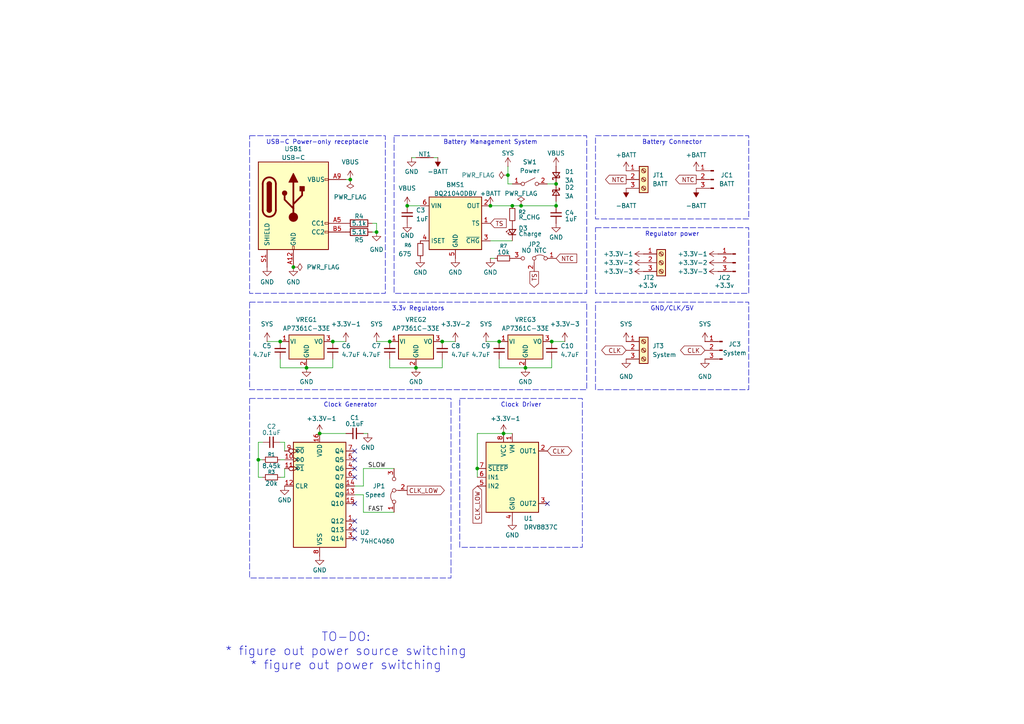
<source format=kicad_sch>
(kicad_sch (version 20250114) (generator "eeschema") (generator_version "9.0")
  (paper "A4")
  (title_block (title "Minibadge Devboard") (date "2025-10-06") (rev "R1") (company "https://pips.engineering") (comment 1 "Author: Pips"))
  (lib_symbols
    (symbol "74xx:74HC4060"
      (property "Reference" "U1" (at -19.812 -5.588 0))
      (property "Value" "74HC4060" (at -19.812 -8.128 0))
      (symbol "74HC4060_1_0"
        (pin input inverted_clock (at -10.16 12.7 0) (length 2.54) (name "~{Φ0}") (number "9"))
        (pin input clock (at -10.16 10.16 0) (length 2.54) (name "Φ0") (number "10"))
        (pin input inverted_clock (at -10.16 7.62 0) (length 2.54) (name "~{Φ1}") (number "11"))
        (pin input line (at -10.16 2.54 0) (length 2.54) (name "CLR") (number "12"))
        (pin power_in line (at 0 17.78 270) (length 2.54) (name "VDD") (number "16"))
        (pin power_in line (at 0 -17.78 90) (length 2.54) (name "VSS") (number "8"))
        (pin output line (at 10.16 12.7 180) (length 2.54) (name "Q4") (number "7"))
        (pin output line (at 10.16 10.16 180) (length 2.54) (name "Q5") (number "5"))
        (pin output line (at 10.16 7.62 180) (length 2.54) (name "Q6") (number "4"))
        (pin output line (at 10.16 5.08 180) (length 2.54) (name "Q7") (number "6"))
        (pin output line (at 10.16 2.54 180) (length 2.54) (name "Q8") (number "14"))
        (pin output line (at 10.16 0 180) (length 2.54) (name "Q9") (number "13"))
        (pin output line (at 10.16 -2.54 180) (length 2.54) (name "Q10") (number "15"))
        (pin output line (at 10.16 -7.62 180) (length 2.54) (name "Q12") (number "1"))
        (pin output line (at 10.16 -10.16 180) (length 2.54) (name "Q13") (number "2"))
        (pin output line (at 10.16 -12.7 180) (length 2.54) (name "Q14") (number "3"))
      )
      (symbol "74HC4060_1_1"
        (rectangle (start -7.62 15.24) (end 7.62 -15.24) (stroke (width 0.254)) (fill (type background)))
      )
    )
    (symbol "Battery_Management:BQ21040DBV"
      (property "Reference" "U1" (at 0 13.716 0))
      (property "Value" "BQ21040DBV" (at 0 11.176 0))
      (symbol "BQ21040DBV_0_1"
        (rectangle (start -7.62 10.16) (end 7.62 -5.08) (stroke (width 0.254)) (fill (type background)))
      )
      (symbol "BQ21040DBV_1_1"
        (pin power_in line (at -10.16 7.62 0) (length 2.54) (name "VIN") (number "6"))
        (pin input line (at -10.16 -2.54 0) (length 2.54) (name "ISET") (number "4"))
        (pin power_in line (at 0 -7.62 90) (length 2.54) (name "GND") (number "5"))
        (pin power_out line (at 10.16 7.62 180) (length 2.54) (name "OUT") (number "2"))
        (pin input line (at 10.16 2.54 180) (length 2.54) (name "TS") (number "1"))
        (pin open_collector line (at 10.16 -2.54 180) (length 2.54) (name "~{CHG}") (number "3"))
      )
    )
    (symbol "Connector:Conn_01x03_Pin" (pin_names (offset 1.016) (hide yes))
      (property "Reference" "J" (at 0 5.08 0))
      (property "Value" "Conn_01x03_Pin" (at 0 -5.08 0))
      (symbol "Conn_01x03_Pin_1_1"
        (rectangle (start 0.8636 2.667) (end 0 2.413) (stroke (width 0.1524)) (fill (type outline)))
        (rectangle (start 0.8636 0.127) (end 0 -0.127) (stroke (width 0.1524)) (fill (type outline)))
        (rectangle (start 0.8636 -2.413) (end 0 -2.667) (stroke (width 0.1524)) (fill (type outline)))
        (polyline (pts (xy 1.27 2.54) (xy 0.8636 2.54)) (stroke (width 0.1524)))
        (polyline (pts (xy 1.27 0) (xy 0.8636 0)) (stroke (width 0.1524)))
        (polyline (pts (xy 1.27 -2.54) (xy 0.8636 -2.54)) (stroke (width 0.1524)))
        (pin passive line (at 5.08 2.54 180) (length 3.81) (name "Pin_1") (number "1"))
        (pin passive line (at 5.08 0 180) (length 3.81) (name "Pin_2") (number "2"))
        (pin passive line (at 5.08 -2.54 180) (length 3.81) (name "Pin_3") (number "3"))
      )
    )
    (symbol "Connector:Screw_Terminal_01x03" (pin_names (offset 1.016) (hide yes))
      (property "Reference" "J" (at 0 5.08 0))
      (property "Value" "Screw_Terminal_01x03" (at 0 -5.08 0))
      (symbol "Screw_Terminal_01x03_1_1"
        (rectangle (start -1.27 3.81) (end 1.27 -3.81) (stroke (width 0.254)) (fill (type background)))
        (polyline (pts (xy -0.5334 2.8702) (xy 0.3302 2.032)) (stroke (width 0.1524)))
        (polyline (pts (xy -0.5334 0.3302) (xy 0.3302 -0.508)) (stroke (width 0.1524)))
        (polyline (pts (xy -0.5334 -2.2098) (xy 0.3302 -3.048)) (stroke (width 0.1524)))
        (polyline (pts (xy -0.3556 3.048) (xy 0.508 2.2098)) (stroke (width 0.1524)))
        (polyline (pts (xy -0.3556 0.508) (xy 0.508 -0.3302)) (stroke (width 0.1524)))
        (polyline (pts (xy -0.3556 -2.032) (xy 0.508 -2.8702)) (stroke (width 0.1524)))
        (circle (center 0 2.54) (radius 0.635) (stroke (width 0.1524)))
        (circle (center 0 0) (radius 0.635) (stroke (width 0.1524)))
        (circle (center 0 -2.54) (radius 0.635) (stroke (width 0.1524)))
        (pin passive line (at -5.08 2.54 0) (length 3.81) (name "Pin_1") (number "1"))
        (pin passive line (at -5.08 0 0) (length 3.81) (name "Pin_2") (number "2"))
        (pin passive line (at -5.08 -2.54 0) (length 3.81) (name "Pin_3") (number "3"))
      )
    )
    (symbol "Connector:USB_C_Receptacle_PowerOnly_6P" (pin_names (offset 1.016))
      (property "Reference" "J" (at 0 16.51 0))
      (property "Value" "USB_C_Receptacle_PowerOnly_6P" (at 0 13.97 0))
      (symbol "USB_C_Receptacle_PowerOnly_6P_0_0"
        (rectangle (start -0.254 -12.7) (end 0.254 -11.684))
        (rectangle (start 10.16 7.874) (end 9.144 7.366))
        (rectangle (start 10.16 -4.826) (end 9.144 -5.334))
        (rectangle (start 10.16 -7.366) (end 9.144 -7.874))
      )
      (symbol "USB_C_Receptacle_PowerOnly_6P_0_1"
        (rectangle (start -10.16 12.7) (end 10.16 -12.7) (stroke (width 0.254)) (fill (type background)))
        (polyline (pts (xy -8.89 -1.27) (xy -8.89 6.35)) (stroke (width 0.508)))
        (rectangle (start -7.62 -1.27) (end -6.35 6.35) (stroke (width 0.254)) (fill (type outline)))
        (arc (start -7.62 6.35) (mid -6.985 6.9823) (end -6.35 6.35) (stroke (width 0.254)))
        (arc (start -7.62 6.35) (mid -6.985 6.9823) (end -6.35 6.35) (stroke (width 0.254)) (fill (type outline)))
        (arc (start -8.89 6.35) (mid -6.985 8.2467) (end -5.08 6.35) (stroke (width 0.508)))
        (arc (start -5.08 -1.27) (mid -6.985 -3.1667) (end -8.89 -1.27) (stroke (width 0.508)))
        (arc (start -6.35 -1.27) (mid -6.985 -1.9023) (end -7.62 -1.27) (stroke (width 0.254)))
        (arc (start -6.35 -1.27) (mid -6.985 -1.9023) (end -7.62 -1.27) (stroke (width 0.254)) (fill (type outline)))
        (polyline (pts (xy -5.08 6.35) (xy -5.08 -1.27)) (stroke (width 0.508)))
        (circle (center -2.54 3.683) (radius 0.635) (stroke (width 0.254)) (fill (type outline)))
        (polyline (pts (xy -1.27 6.858) (xy 0 9.398) (xy 1.27 6.858) (xy -1.27 6.858)) (stroke (width 0.254)) (fill (type outline)))
        (polyline (pts (xy 0 0.508) (xy 2.54 3.048) (xy 2.54 4.318)) (stroke (width 0.508)))
        (polyline (pts (xy 0 -0.762) (xy -2.54 1.778) (xy -2.54 3.048)) (stroke (width 0.508)))
        (polyline (pts (xy 0 -3.302) (xy 0 6.858)) (stroke (width 0.508)))
        (circle (center 0 -3.302) (radius 1.27) (fill (type outline)))
        (rectangle (start 1.905 4.318) (end 3.175 5.588) (stroke (width 0.254)) (fill (type outline)))
      )
      (symbol "USB_C_Receptacle_PowerOnly_6P_1_1"
        (pin passive line (at -7.62 -17.78 90) (length 5.08) (name "SHIELD") (number "S1"))
        (pin passive line (at 0 -17.78 90) (length 5.08) (name "GND") (number "A12"))
        (pin passive line (at 0 -17.78 90) (length 5.08) (hide yes) (name "GND") (number "B12"))
        (pin passive line (at 15.24 7.62 180) (length 5.08) (name "VBUS") (number "A9"))
        (pin passive line (at 15.24 7.62 180) (length 5.08) (hide yes) (name "VBUS") (number "B9"))
        (pin bidirectional line (at 15.24 -5.08 180) (length 5.08) (name "CC1") (number "A5"))
        (pin bidirectional line (at 15.24 -7.62 180) (length 5.08) (name "CC2") (number "B5"))
      )
    )
    (symbol "Device:C_Small" (pin_numbers (hide yes)) (pin_names (offset 0.254) (hide yes))
      (property "Reference" "C" (at 0.254 1.778 0))
      (property "Value" "C_Small" (at 0.254 -2.032 0))
      (symbol "C_Small_0_1"
        (polyline (pts (xy -1.524 0.508) (xy 1.524 0.508)) (stroke (width 0.3048)))
        (polyline (pts (xy -1.524 -0.508) (xy 1.524 -0.508)) (stroke (width 0.3302)))
      )
      (symbol "C_Small_1_1"
        (pin passive line (at 0 2.54 270) (length 2.032) (name "~") (number "1"))
        (pin passive line (at 0 -2.54 90) (length 2.032) (name "~") (number "2"))
      )
    )
    (symbol "Device:D_Schottky_Small" (pin_numbers (hide yes)) (pin_names (offset 0.254) (hide yes))
      (property "Reference" "D" (at -1.27 2.032 0))
      (property "Value" "D_Schottky_Small" (at -7.112 -2.032 0))
      (symbol "D_Schottky_Small_0_1"
        (polyline (pts (xy -1.27 0.762) (xy -1.27 1.016) (xy -0.762 1.016) (xy -0.762 -1.016) (xy -0.254 -1.016) (xy -0.254 -0.762)) (stroke (width 0.254)))
        (polyline (pts (xy -0.762 0) (xy 0.762 0)))
        (polyline (pts (xy 0.762 -1.016) (xy -0.762 0) (xy 0.762 1.016) (xy 0.762 -1.016)) (stroke (width 0.254)))
      )
      (symbol "D_Schottky_Small_1_1"
        (pin passive line (at -2.54 0 0) (length 1.778) (name "K") (number "1"))
        (pin passive line (at 2.54 0 180) (length 1.778) (name "A") (number "2"))
      )
    )
    (symbol "Device:LED_Small" (pin_numbers (hide yes)) (pin_names (offset 0.254) (hide yes))
      (property "Reference" "D" (at -1.27 3.175 0))
      (property "Value" "LED_Small" (at -4.445 -2.54 0))
      (symbol "LED_Small_0_1"
        (polyline (pts (xy -0.762 -1.016) (xy -0.762 1.016)) (stroke (width 0.254)))
        (polyline (pts (xy 0 0.762) (xy -0.508 1.27) (xy -0.254 1.27) (xy -0.508 1.27) (xy -0.508 1.016)))
        (polyline (pts (xy 0.508 1.27) (xy 0 1.778) (xy 0.254 1.778) (xy 0 1.778) (xy 0 1.524)))
        (polyline (pts (xy 0.762 -1.016) (xy -0.762 0) (xy 0.762 1.016) (xy 0.762 -1.016)) (stroke (width 0.254)))
        (polyline (pts (xy 1.016 0) (xy -0.762 0)))
      )
      (symbol "LED_Small_1_1"
        (pin passive line (at -2.54 0 0) (length 1.778) (name "K") (number "1"))
        (pin passive line (at 2.54 0 180) (length 1.778) (name "A") (number "2"))
      )
    )
    (symbol "Device:NetTie_2" (pin_numbers (hide yes)) (pin_names (offset 0) (hide yes)) (in_bom no)
      (property "Reference" "NT" (at 0 1.27 0))
      (property "Value" "NetTie_2" (at 0 -1.27 0))
      (symbol "NetTie_2_0_1"
        (polyline (pts (xy -1.27 0) (xy 1.27 0)) (stroke (width 0.254)))
      )
      (symbol "NetTie_2_1_1"
        (pin passive line (at -2.54 0 0) (length 2.54) (name "1") (number "1"))
        (pin passive line (at 2.54 0 180) (length 2.54) (name "2") (number "2"))
      )
    )
    (symbol "Device:R" (pin_numbers (hide yes)) (pin_names (offset 0))
      (property "Reference" "R" (at 2.032 0 90))
      (property "Value" "R" (at 0 0 90))
      (symbol "R_0_1"
        (rectangle (start -1.016 -2.54) (end 1.016 2.54) (stroke (width 0.254)))
      )
      (symbol "R_1_1"
        (pin passive line (at 0 3.81 270) (length 1.27) (name "~") (number "1"))
        (pin passive line (at 0 -3.81 90) (length 1.27) (name "~") (number "2"))
      )
    )
    (symbol "Device:R_Small" (pin_numbers (hide yes)) (pin_names (offset 0.254) (hide yes))
      (property "Reference" "R" (at 0 0 90))
      (property "Value" "R_Small" (at 1.778 0 90))
      (symbol "R_Small_0_1"
        (rectangle (start -0.762 1.778) (end 0.762 -1.778) (stroke (width 0.2032)))
      )
      (symbol "R_Small_1_1"
        (pin passive line (at 0 2.54 270) (length 0.762) (name "~") (number "1"))
        (pin passive line (at 0 -2.54 90) (length 0.762) (name "~") (number "2"))
      )
    )
    (symbol "Driver_Motor:DRV8837C"
      (property "Reference" "U" (at 6.35 11.43 0))
      (property "Value" "DRV8837C" (at -10.16 11.43 0))
      (symbol "DRV8837C_0_1"
        (rectangle (start -7.62 10.16) (end 7.62 -10.16) (stroke (width 0.254)) (fill (type background)))
      )
      (symbol "DRV8837C_1_1"
        (pin input line (at -10.16 2.54 0) (length 2.54) (name "~{SLEEP}") (number "7"))
        (pin input line (at -10.16 0 0) (length 2.54) (name "IN1") (number "6"))
        (pin input line (at -10.16 -2.54 0) (length 2.54) (name "IN2") (number "5"))
        (pin power_in line (at -2.54 12.7 270) (length 2.54) (name "VCC") (number "8"))
        (pin power_in line (at 0 12.7 270) (length 2.54) (name "VM") (number "1"))
        (pin power_in line (at 0 -12.7 90) (length 2.54) (name "GND") (number "4"))
        (pin passive line (at 0 -12.7 90) (length 2.54) (hide yes) (name "GND") (number "9"))
        (pin output line (at 10.16 7.62 180) (length 2.54) (name "OUT1") (number "2"))
        (pin output line (at 10.16 -7.62 180) (length 2.54) (name "OUT2") (number "3"))
      )
    )
    (symbol "Jumper:Jumper_3_Bridged12" (pin_names (offset 0) (hide yes)) (in_bom no)
      (property "Reference" "JP" (at -2.54 -2.54 0))
      (property "Value" "Jumper_3_Bridged12" (at 0 2.794 0))
      (symbol "Jumper_3_Bridged12_0_0"
        (circle (center -3.302 0) (radius 0.508))
        (circle (center 0 0) (radius 0.508))
        (circle (center 3.302 0) (radius 0.508))
      )
      (symbol "Jumper_3_Bridged12_0_1"
        (arc (start -3.048 0.508) (mid -1.651 0.9912) (end -0.254 0.508))
        (polyline (pts (xy 0 -1.27) (xy 0 -0.508)))
      )
      (symbol "Jumper_3_Bridged12_1_1"
        (pin passive line (at -6.35 0 0) (length 2.54) (name "A") (number "1"))
        (pin passive line (at 0 -3.81 90) (length 2.54) (name "C") (number "2"))
        (pin passive line (at 6.35 0 180) (length 2.54) (name "B") (number "3"))
      )
    )
    (symbol "Regulator_Linear:AP7361C-33E" (pin_names (offset 0.254))
      (property "Reference" "U" (at -3.81 3.175 0))
      (property "Value" "AP7361C-33E" (at 0 3.175 0))
      (symbol "AP7361C-33E_0_1"
        (rectangle (start -5.08 -5.08) (end 5.08 1.905) (stroke (width 0.254)) (fill (type background)))
      )
      (symbol "AP7361C-33E_1_1"
        (pin power_in line (at -7.62 0 0) (length 2.54) (name "VI") (number "1"))
        (pin power_in line (at 0 -7.62 90) (length 2.54) (name "GND") (number "2"))
        (pin power_out line (at 7.62 0 180) (length 2.54) (name "VO") (number "3"))
      )
    )
    (symbol "Switch:SW_SPST" (pin_names (offset 0) (hide yes))
      (property "Reference" "SW" (at 0 3.175 0))
      (property "Value" "SW_SPST" (at 0 -2.54 0))
      (symbol "SW_SPST_0_0"
        (circle (center -2.032 0) (radius 0.508))
        (polyline (pts (xy -1.524 0.254) (xy 1.524 1.778)))
        (circle (center 2.032 0) (radius 0.508))
      )
      (symbol "SW_SPST_1_1"
        (pin passive line (at -5.08 0 0) (length 2.54) (name "A") (number "1"))
        (pin passive line (at 5.08 0 180) (length 2.54) (name "B") (number "2"))
      )
    )
    (symbol "power:+3.3V" (power) (pin_numbers (hide yes)) (pin_names (offset 0) (hide yes))
      (property "Value" "+3.3V" (at 0 3.556 0))
      (symbol "+3.3V_0_1"
        (polyline (pts (xy -0.762 1.27) (xy 0 2.54)))
        (polyline (pts (xy 0 2.54) (xy 0.762 1.27)))
        (polyline (pts (xy 0 0) (xy 0 2.54)))
      )
      (symbol "+3.3V_1_1"
        (pin power_in line (at 0 0 90) (length 0) (name "~") (number "1"))
      )
    )
    (symbol "power:+BATT" (power) (pin_numbers (hide yes)) (pin_names (offset 0) (hide yes))
      (property "Value" "+BATT" (at 0 3.556 0))
      (symbol "+BATT_0_1"
        (polyline (pts (xy -0.762 1.27) (xy 0 2.54)))
        (polyline (pts (xy 0 2.54) (xy 0.762 1.27)))
        (polyline (pts (xy 0 0) (xy 0 2.54)))
      )
      (symbol "+BATT_1_1"
        (pin power_in line (at 0 0 90) (length 0) (name "~") (number "1"))
      )
    )
    (symbol "power:-BATT" (power) (pin_numbers (hide yes)) (pin_names (offset 0) (hide yes))
      (property "Value" "-BATT" (at 0 3.556 0))
      (symbol "-BATT_0_1"
        (polyline (pts (xy 0 0) (xy 0 2.54)))
        (polyline (pts (xy 0.762 1.27) (xy -0.762 1.27) (xy 0 2.54) (xy 0.762 1.27)) (fill (type outline)))
      )
      (symbol "-BATT_1_1"
        (pin power_in line (at 0 0 90) (length 0) (name "~") (number "1"))
      )
    )
    (symbol "power:GND" (power) (pin_numbers (hide yes)) (pin_names (offset 0) (hide yes))
      (property "Value" "GND" (at 0 -3.81 0))
      (symbol "GND_0_1"
        (polyline (pts (xy 0 0) (xy 0 -1.27) (xy 1.27 -1.27) (xy 0 -2.54) (xy -1.27 -1.27) (xy 0 -1.27)))
      )
      (symbol "GND_1_1"
        (pin power_in line (at 0 0 270) (length 0) (name "~") (number "1"))
      )
    )
    (symbol "power:PWR_FLAG" (power) (pin_numbers (hide yes)) (pin_names (offset 0) (hide yes))
      (property "Value" "PWR_FLAG" (at 0 3.81 0))
      (symbol "PWR_FLAG_0_0"
        (pin power_out line (at 0 0 90) (length 0) (name "~") (number "1"))
      )
      (symbol "PWR_FLAG_0_1"
        (polyline (pts (xy 0 0) (xy 0 1.27) (xy -1.016 1.905) (xy 0 2.54) (xy 1.016 1.905) (xy 0 1.27)))
      )
    )
    (symbol "power:VBUS" (power) (pin_numbers (hide yes)) (pin_names (offset 0) (hide yes))
      (property "Value" "VBUS" (at 0 3.556 0))
      (symbol "VBUS_0_1"
        (polyline (pts (xy -0.762 1.27) (xy 0 2.54)))
        (polyline (pts (xy 0 2.54) (xy 0.762 1.27)))
        (polyline (pts (xy 0 0) (xy 0 2.54)))
      )
      (symbol "VBUS_1_1"
        (pin power_in line (at 0 0 90) (length 0) (name "~") (number "1"))
      )
    )
    (symbol "power:VCC" (power) (pin_numbers (hide yes)) (pin_names (offset 0) (hide yes))
      (property "Value" "VCC" (at 0 3.556 0))
      (symbol "VCC_0_1"
        (polyline (pts (xy -0.762 1.27) (xy 0 2.54)))
        (polyline (pts (xy 0 2.54) (xy 0.762 1.27)))
        (polyline (pts (xy 0 0) (xy 0 2.54)))
      )
      (symbol "VCC_1_1"
        (pin power_in line (at 0 0 90) (length 0) (name "~") (number "1"))
      )
    )
  )
  (text "TO-DO:\n* figure out power source switching\n* figure out power switching" (at 100.33 188.976 0) (effects (font (size 2.54 2.54))))
  (text_box "USB-C Power-only receptacle" (at 72.39 39.37 0) (size 39.37 45.72) (margins 0.9525 0.9525 0.9525 0.9525) (stroke (width 0) (type dash)) (effects (font (size 1.27 1.27)) (justify top)))
  (text_box "Battery Connector" (at 172.72 39.37 0) (size 44.45 24.13) (margins 0.9525 0.9525 0.9525 0.9525) (stroke (width 0) (type dash)) (effects (font (size 1.27 1.27)) (justify top)))
  (text_box "Battery Management System" (at 114.3 39.37 0) (size 55.88 45.72) (margins 0.9525 0.9525 0.9525 0.9525) (stroke (width 0) (type dash)) (effects (font (size 1.27 1.27)) (justify top)))
  (text_box "GND/CLK/5V" (at 172.72 87.63 0) (size 44.45 25.4) (margins 0.9525 0.9525 0.9525 0.9525) (stroke (width 0) (type dash)) (effects (font (size 1.27 1.27)) (justify top)))
  (text_box "Clock Driver" (at 133.35 115.57 0) (size 35.56 43.18) (margins 0.9525 0.9525 0.9525 0.9525) (stroke (width 0) (type dash)) (effects (font (size 1.27 1.27)) (justify top)))
  (text_box "Clock Generator" (at 72.39 115.57 0) (size 58.42 52.07) (margins 0.9525 0.9525 0.9525 0.9525) (stroke (width 0) (type dash)) (effects (font (size 1.27 1.27)) (justify top)))
  (text_box "Regulator power" (at 172.72 66.04 0) (size 44.45 19.05) (margins 0.9525 0.9525 0.9525 0.9525) (stroke (width 0) (type dash)) (effects (font (size 1.27 1.27)) (justify top)))
  (text_box "3.3v Regulators" (at 72.39 87.63 0) (size 97.79 25.4) (margins 0.9525 0.9525 0.9525 0.9525) (stroke (width 0) (type dash)) (effects (font (size 1.27 1.27)) (justify top)))
  (junction (at 109.22 67.31))
  (junction (at 160.02 99.06))
  (junction (at 151.13 59.69))
  (junction (at 74.93 133.35))
  (junction (at 142.24 59.69))
  (junction (at 147.32 50.8))
  (junction (at 161.29 53.34))
  (junction (at 85.09 77.47))
  (junction (at 144.78 99.06))
  (junction (at 128.27 99.06))
  (junction (at 88.9 106.68))
  (junction (at 101.6 52.07))
  (junction (at 118.11 59.69))
  (junction (at 113.03 99.06))
  (junction (at 161.29 59.69))
  (junction (at 138.43 135.89))
  (junction (at 81.28 99.06))
  (junction (at 96.52 99.06))
  (junction (at 148.59 59.69))
  (junction (at 152.4 106.68))
  (junction (at 146.05 125.73))
  (junction (at 120.65 106.68))
  (junction (at 92.71 125.73))
  (no_connect (at 102.87 130.81))
  (no_connect (at 158.75 146.05))
  (no_connect (at 102.87 153.67))
  (no_connect (at 102.87 151.13))
  (no_connect (at 102.87 138.43))
  (no_connect (at 102.87 156.21))
  (no_connect (at 102.87 146.05))
  (no_connect (at 102.87 135.89))
  (no_connect (at 102.87 133.35))
  (wire (pts (xy 92.71 125.73) (xy 100.33 125.73)))
  (wire (pts (xy 158.75 53.34) (xy 161.29 53.34)))
  (wire (pts (xy 74.93 128.27) (xy 76.2 128.27)))
  (wire (pts (xy 107.95 67.31) (xy 109.22 67.31)))
  (wire (pts (xy 81.28 138.43) (xy 82.55 138.43)))
  (wire (pts (xy 161.29 58.42) (xy 161.29 59.69)))
  (wire (pts (xy 128.27 104.14) (xy 128.27 106.68)))
  (wire (pts (xy 105.41 148.59) (xy 114.3 148.59)))
  (wire (pts (xy 102.87 140.97) (xy 105.41 140.97)))
  (wire (pts (xy 96.52 99.06) (xy 100.33 99.06)))
  (wire (pts (xy 119.38 45.72) (xy 120.65 45.72)))
  (wire (pts (xy 102.87 143.51) (xy 105.41 143.51)))
  (wire (pts (xy 142.24 69.85) (xy 148.59 69.85)))
  (wire (pts (xy 138.43 135.89) (xy 138.43 138.43)))
  (wire (pts (xy 101.6 52.07) (xy 100.33 52.07)))
  (wire (pts (xy 125.73 45.72) (xy 127 45.72)))
  (wire (pts (xy 144.78 106.68) (xy 152.4 106.68)))
  (wire (pts (xy 105.41 140.97) (xy 105.41 135.89)))
  (wire (pts (xy 113.03 106.68) (xy 120.65 106.68)))
  (wire (pts (xy 147.32 53.34) (xy 147.32 50.8)))
  (wire (pts (xy 74.93 128.27) (xy 74.93 133.35)))
  (wire (pts (xy 160.02 104.14) (xy 160.02 106.68)))
  (wire (pts (xy 74.93 138.43) (xy 76.2 138.43)))
  (wire (pts (xy 107.95 64.77) (xy 109.22 64.77)))
  (wire (pts (xy 148.59 125.73) (xy 146.05 125.73)))
  (wire (pts (xy 81.28 133.35) (xy 82.55 133.35)))
  (wire (pts (xy 138.43 125.73) (xy 138.43 135.89)))
  (wire (pts (xy 106.68 125.73) (xy 105.41 125.73)))
  (wire (pts (xy 160.02 106.68) (xy 152.4 106.68)))
  (wire (pts (xy 82.55 130.81) (xy 82.55 128.27)))
  (wire (pts (xy 109.22 99.06) (xy 113.03 99.06)))
  (wire (pts (xy 128.27 99.06) (xy 132.08 99.06)))
  (wire (pts (xy 128.27 106.68) (xy 120.65 106.68)))
  (wire (pts (xy 144.78 104.14) (xy 144.78 106.68)))
  (wire (pts (xy 82.55 138.43) (xy 82.55 135.89)))
  (wire (pts (xy 147.32 50.8) (xy 147.32 48.26)))
  (wire (pts (xy 74.93 133.35) (xy 76.2 133.35)))
  (wire (pts (xy 118.11 59.69) (xy 121.92 59.69)))
  (wire (pts (xy 96.52 106.68) (xy 88.9 106.68)))
  (wire (pts (xy 74.93 133.35) (xy 74.93 138.43)))
  (wire (pts (xy 142.24 59.69) (xy 148.59 59.69)))
  (wire (pts (xy 81.28 106.68) (xy 88.9 106.68)))
  (wire (pts (xy 81.28 104.14) (xy 81.28 106.68)))
  (wire (pts (xy 146.05 125.73) (xy 138.43 125.73)))
  (wire (pts (xy 140.97 99.06) (xy 144.78 99.06)))
  (wire (pts (xy 160.02 99.06) (xy 163.83 99.06)))
  (wire (pts (xy 151.13 59.69) (xy 161.29 59.69)))
  (wire (pts (xy 105.41 143.51) (xy 105.41 148.59)))
  (wire (pts (xy 105.41 135.89) (xy 114.3 135.89)))
  (wire (pts (xy 77.47 99.06) (xy 81.28 99.06)))
  (wire (pts (xy 142.24 74.93) (xy 143.51 74.93)))
  (wire (pts (xy 109.22 64.77) (xy 109.22 67.31)))
  (wire (pts (xy 82.55 128.27) (xy 81.28 128.27)))
  (wire (pts (xy 148.59 53.34) (xy 147.32 53.34)))
  (wire (pts (xy 148.59 59.69) (xy 151.13 59.69)))
  (wire (pts (xy 113.03 104.14) (xy 113.03 106.68)))
  (wire (pts (xy 96.52 104.14) (xy 96.52 106.68)))
  (label "SLOW" (at 106.68 135.89 0))
  (label "FAST" (at 106.68 148.59 0))
  (global_label "CLK_LOW" (shape input) (at 138.43 140.97 270) (property "Intersheetrefs" "${INTERSHEET_REFS}" (effects (hide yes))))
  (global_label "NTC" (shape output) (at 181.61 52.07 180) (property "Intersheetrefs" "${INTERSHEET_REFS}" (effects (hide yes))))
  (global_label "CLK" (shape bidirectional) (at 204.47 101.6 180) (property "Intersheetrefs" "${INTERSHEET_REFS}" (effects (hide yes))))
  (global_label "TS" (shape input) (at 142.24 64.77 0) (property "Intersheetrefs" "${INTERSHEET_REFS}" (effects (hide yes))))
  (global_label "CLK_LOW" (shape output) (at 118.11 142.24 0) (property "Intersheetrefs" "${INTERSHEET_REFS}" (effects (hide yes))))
  (global_label "CLK" (shape bidirectional) (at 158.75 130.81 0) (property "Intersheetrefs" "${INTERSHEET_REFS}" (effects (hide yes))))
  (global_label "CLK" (shape bidirectional) (at 181.61 101.6 180) (property "Intersheetrefs" "${INTERSHEET_REFS}" (effects (hide yes))))
  (global_label "NTC" (shape output) (at 201.93 52.07 180) (property "Intersheetrefs" "${INTERSHEET_REFS}" (effects (hide yes))))
  (global_label "TS" (shape output) (at 154.94 78.74 270) (property "Intersheetrefs" "${INTERSHEET_REFS}" (effects (hide yes))))
  (global_label "NTC" (shape input) (at 161.29 74.93 0) (property "Intersheetrefs" "${INTERSHEET_REFS}" (effects (hide yes))))
  (symbol (lib_id "power:+3.3V") (at 163.83 99.06 0) (unit 1)
    (property "Reference" "#PWR037" (effects (hide yes)))
    (property "Value" "+3.3V-3" (at 163.83 93.98 0))
    (property "Description" "Power symbol creates a global label with name \"+3.3V\"" (effects (hide yes)))
  )
  (symbol (lib_id "Device:LED_Small") (at 148.59 67.31 90) (unit 1)
    (property "Reference" "D3" (at 150.368 66.2304 90) (effects (justify right)))
    (property "Value" "Charge" (at 150.368 67.818 90) (effects (justify right)))
    (property "Footprint" "LED_SMD:LED_1206_3216Metric" (effects (hide yes)))
    (property "Description" "Light emitting diode, small symbol" (effects (hide yes)))
    (property "Sim.Pin" "1=K 2=A" (effects (hide yes)))
  )
  (symbol (lib_id "power:+3.3V") (at 208.28 73.66 90) (unit 1)
    (property "Reference" "#PWR020" (effects (hide yes)))
    (property "Value" "+3.3V-1" (at 205.232 73.66 90) (effects (justify left)))
    (property "Description" "Power symbol creates a global label with name \"+3.3V\"" (effects (hide yes)))
  )
  (symbol (lib_id "Regulator_Linear:AP7361C-33E") (at 88.9 99.06 0) (unit 1)
    (property "Reference" "VREG1" (at 88.9 92.71 0))
    (property "Value" "AP7361C-33E" (at 88.9 95.25 0))
    (property "Footprint" "Package_TO_SOT_SMD:SOT-223-3_TabPin2" (effects (hide yes)))
    (property "Datasheet" "https://www.diodes.com/assets/Datasheets/AP7361C.pdf" (effects (hide yes)))
    (property "Description" "1A Low Dropout regulator, positive, 3.3V fixed output, SOT-223" (effects (hide yes)))
    (property "LCSC Part #" "C3743528 " (effects (hide yes)))
  )
  (symbol (lib_id "Device:C_Small") (at 128.27 101.6 180) (unit 1)
    (property "Reference" "C8" (at 130.81 100.3235 0) (effects (justify right)))
    (property "Value" "4.7uF" (at 130.81 102.8635 0) (effects (justify right)))
    (property "Footprint" "Capacitor_SMD:C_0805_2012Metric" (effects (hide yes)))
    (property "Description" "Unpolarized capacitor, small symbol" (effects (hide yes)))
  )
  (symbol (lib_id "power:GND") (at 132.08 74.93 0) (unit 1)
    (property "Reference" "#PWR022" (effects (hide yes)))
    (property "Value" "GND" (at 132.08 78.994 0))
    (property "Description" "Power symbol creates a global label with name \"GND\" , ground" (effects (hide yes)))
  )
  (symbol (lib_id "Connector:Screw_Terminal_01x03") (at 186.69 52.07 0) (unit 1)
    (property "Reference" "JT1" (at 189.23 50.7999 0) (effects (justify left)))
    (property "Value" "BATT" (at 189.23 53.3399 0) (effects (justify left)))
    (property "Footprint" "WAGO connectors:WAGO 2060-453" (effects (hide yes)))
    (property "Description" "Generic screw terminal, single row, 01x03, script generated (kicad-library-utils/schlib/autogen/connector/)" (effects (hide yes)))
  )
  (symbol (lib_id "power:PWR_FLAG") (at 85.09 77.47 270) (unit 1)
    (property "Reference" "#FLG03" (effects (hide yes)))
    (property "Value" "PWR_FLAG" (at 88.9 77.4699 90) (effects (justify left)))
    (property "Description" "Special symbol for telling ERC where power comes from" (effects (hide yes)))
  )
  (symbol (lib_id "Device:C_Small") (at 78.74 128.27 90) (unit 1)
    (property "Reference" "C2" (at 78.74 123.698 90))
    (property "Value" "0.1uF" (at 78.74 125.476 90))
    (property "Footprint" "Capacitor_SMD:C_0603_1608Metric" (effects (hide yes)))
    (property "Description" "Unpolarized capacitor, small symbol" (effects (hide yes)))
  )
  (symbol (lib_id "power:GND") (at 82.55 140.97 0) (unit 1)
    (property "Reference" "#PWR017" (effects (hide yes)))
    (property "Value" "GND" (at 82.55 145.034 0))
    (property "Description" "Power symbol creates a global label with name \"GND\" , ground" (effects (hide yes)))
  )
  (symbol (lib_id "Connector:Conn_01x03_Pin") (at 207.01 52.07 0) (mirror y) (unit 1)
    (property "Reference" "JC1" (at 210.82 50.8 0))
    (property "Value" "BATT" (at 210.82 53.34 0))
    (property "Footprint" "Connector_PinSocket_2.54mm:PinSocket_1x03_P2.54mm_Vertical" (effects (hide yes)))
    (property "Description" "Generic connector, single row, 01x03, script generated" (effects (hide yes)))
  )
  (symbol (lib_id "power:VCC") (at 77.47 99.06 0) (unit 1)
    (property "Reference" "#PWR032" (effects (hide yes)))
    (property "Value" "SYS" (at 77.47 93.98 0))
    (property "Description" "Power symbol creates a global label with name \"VCC\"" (effects (hide yes)))
  )
  (symbol (lib_id "power:+3.3V") (at 186.69 76.2 90) (unit 1)
    (property "Reference" "#PWR025" (effects (hide yes)))
    (property "Value" "+3.3V-2" (at 183.642 76.2 90) (effects (justify left)))
    (property "Description" "Power symbol creates a global label with name \"+3.3V\"" (effects (hide yes)))
  )
  (symbol (lib_id "Device:R_Small") (at 148.59 62.23 0) (mirror y) (unit 1)
    (property "Reference" "R2" (at 150.368 61.4679 0) (effects (font (size 1.016 1.016)) (justify right)))
    (property "Value" "R_CHG" (at 150.368 62.992 0) (effects (justify right)))
    (property "Footprint" "Resistor_SMD:R_0603_1608Metric" (effects (hide yes)))
    (property "Description" "Resistor, small symbol" (effects (hide yes)))
  )
  (symbol (lib_id "74xx:74HC4060") (at 92.71 143.51 0) (unit 1)
    (property "Reference" "U2" (at 104.394 154.432 0) (effects (justify left)))
    (property "Value" "74HC4060" (at 104.394 156.972 0) (effects (justify left)))
    (property "Footprint" "74LV4060D,118:74LV4060D118" (effects (hide yes)))
    (property "Datasheet" "https://www.st.com/resource/en/datasheet/m74hc4060.pdf" (effects (hide yes)))
    (property "Description" "Binary counter (14-stages) and oscillator" (effects (hide yes)))
  )
  (symbol (lib_id "power:VCC") (at 181.61 99.06 0) (unit 1)
    (property "Reference" "#PWR038" (effects (hide yes)))
    (property "Value" "SYS" (at 181.61 93.98 0))
    (property "Description" "Power symbol creates a global label with name \"VCC\"" (effects (hide yes)))
  )
  (symbol (lib_id "power:+3.3V") (at 208.28 78.74 90) (unit 1)
    (property "Reference" "#PWR030" (effects (hide yes)))
    (property "Value" "+3.3V-3" (at 205.232 78.74 90) (effects (justify left)))
    (property "Description" "Power symbol creates a global label with name \"+3.3V\"" (effects (hide yes)))
  )
  (symbol (lib_id "power:+3.3V") (at 92.71 125.73 0) (unit 1)
    (property "Reference" "#PWR07" (effects (hide yes)))
    (property "Value" "+3.3V-1" (at 88.9 121.412 0) (effects (justify left)))
    (property "Description" "Power symbol creates a global label with name \"+3.3V\"" (effects (hide yes)))
  )
  (symbol (lib_id "Connector:Screw_Terminal_01x03") (at 191.77 76.2 0) (unit 1)
    (property "Reference" "JT2" (at 186.436 80.518 0) (effects (justify left)))
    (property "Value" "+3.3v" (at 184.912 82.804 0) (effects (justify left)))
    (property "Footprint" "WAGO connectors:WAGO 2060-453" (effects (hide yes)))
    (property "Description" "Generic screw terminal, single row, 01x03, script generated (kicad-library-utils/schlib/autogen/connector/)" (effects (hide yes)))
  )
  (symbol (lib_id "power:+3.3V") (at 146.05 125.73 0) (unit 1)
    (property "Reference" "#PWR09" (effects (hide yes)))
    (property "Value" "+3.3V-1" (at 142.24 121.412 0) (effects (justify left)))
    (property "Description" "Power symbol creates a global label with name \"+3.3V\"" (effects (hide yes)))
  )
  (symbol (lib_id "Driver_Motor:DRV8837C") (at 148.59 138.43 0) (unit 1)
    (property "Reference" "U1" (at 151.892 150.368 0) (effects (justify left)))
    (property "Value" "DRV8837C" (at 151.892 152.908 0) (effects (justify left)))
    (property "Footprint" "Package_SON:WSON-8-1EP_2x2mm_P0.5mm_EP0.9x1.6mm" (effects (hide yes)))
    (property "Datasheet" "http://www.ti.com/lit/ds/symlink/drv8837c.pdf" (effects (hide yes)))
    (property "Description" "H-Bridge driver, 1A, Low Voltage, PWM input, WSON-8" (effects (hide yes)))
  )
  (symbol (lib_id "Device:D_Schottky_Small") (at 161.29 55.88 270) (unit 1)
    (property "Reference" "D2" (at 163.83 54.3559 90) (effects (justify left)))
    (property "Value" "3A" (at 163.83 56.8959 90) (effects (justify left)))
    (property "Footprint" "Diode_SMD:D_SMA" (effects (hide yes)))
    (property "Description" "Schottky diode, small symbol" (effects (hide yes)))
  )
  (symbol (lib_id "Device:R_Small") (at 121.92 72.39 0) (unit 1)
    (property "Reference" "R6" (at 119.38 71.1199 0) (effects (font (size 1.016 1.016)) (justify right)))
    (property "Value" "675" (at 119.38 73.6599 0) (effects (justify right)))
    (property "Footprint" "Resistor_SMD:R_0603_1608Metric" (effects (hide yes)))
    (property "Description" "Resistor, small symbol" (effects (hide yes)))
  )
  (symbol (lib_id "Device:NetTie_2") (at 123.19 45.72 0) (unit 1) (in_bom no)
    (property "Reference" "NT1" (at 123.19 44.704 0))
    (property "Value" "NetTie_2" (effects (hide yes)))
    (property "Description" "Net tie, 2 pins" (effects (hide yes)))
  )
  (symbol (lib_id "Regulator_Linear:AP7361C-33E") (at 152.4 99.06 0) (unit 1)
    (property "Reference" "VREG3" (at 152.4 92.71 0))
    (property "Value" "AP7361C-33E" (at 152.4 95.25 0))
    (property "Footprint" "Package_TO_SOT_SMD:SOT-223-3_TabPin2" (effects (hide yes)))
    (property "Datasheet" "https://www.diodes.com/assets/Datasheets/AP7361C.pdf" (effects (hide yes)))
    (property "Description" "1A Low Dropout regulator, positive, 3.3V fixed output, SOT-223" (effects (hide yes)))
    (property "LCSC Part #" "C3743528 " (effects (hide yes)))
  )
  (symbol (lib_id "power:+3.3V") (at 186.69 78.74 90) (unit 1)
    (property "Reference" "#PWR029" (effects (hide yes)))
    (property "Value" "+3.3V-3" (at 183.642 78.74 90) (effects (justify left)))
    (property "Description" "Power symbol creates a global label with name \"+3.3V\"" (effects (hide yes)))
  )
  (symbol (lib_id "power:GND") (at 77.47 77.47 0) (unit 1)
    (property "Reference" "#PWR027" (effects (hide yes)))
    (property "Value" "GND" (at 77.47 81.788 0))
    (property "Description" "Power symbol creates a global label with name \"GND\" , ground" (effects (hide yes)))
  )
  (symbol (lib_id "power:GND") (at 121.92 74.93 0) (unit 1)
    (property "Reference" "#PWR021" (effects (hide yes)))
    (property "Value" "GND" (at 121.92 78.994 0))
    (property "Description" "Power symbol creates a global label with name \"GND\" , ground" (effects (hide yes)))
  )
  (symbol (lib_id "power:GND") (at 85.09 77.47 0) (unit 1)
    (property "Reference" "#PWR028" (effects (hide yes)))
    (property "Value" "GND" (at 85.09 81.788 0))
    (property "Description" "Power symbol creates a global label with name \"GND\" , ground" (effects (hide yes)))
  )
  (symbol (lib_id "Device:C_Small") (at 102.87 125.73 90) (unit 1)
    (property "Reference" "C1" (at 102.87 121.158 90))
    (property "Value" "0.1uF" (at 102.87 122.936 90))
    (property "Footprint" "Capacitor_SMD:C_0603_1608Metric" (effects (hide yes)))
    (property "Description" "Unpolarized capacitor, small symbol" (effects (hide yes)))
  )
  (symbol (lib_id "Device:R_Small") (at 146.05 74.93 270) (mirror x) (unit 1)
    (property "Reference" "R7" (at 146.05 71.374 90) (effects (font (size 1.016 1.016))))
    (property "Value" "10k" (at 146.05 73.152 90))
    (property "Footprint" "Resistor_SMD:R_0603_1608Metric" (effects (hide yes)))
    (property "Description" "Resistor, small symbol" (effects (hide yes)))
  )
  (symbol (lib_id "power:-BATT") (at 181.61 54.61 180) (unit 1)
    (property "Reference" "#PWR011" (effects (hide yes)))
    (property "Value" "-BATT" (at 181.61 59.69 0))
    (property "Description" "Power symbol creates a global label with name \"-BATT\"" (effects (hide yes)))
  )
  (symbol (lib_id "power:GND") (at 109.22 67.31 0) (unit 1)
    (property "Reference" "#PWR018" (effects (hide yes)))
    (property "Value" "GND" (at 109.22 72.39 0))
    (property "Description" "Power symbol creates a global label with name \"GND\" , ground" (effects (hide yes)))
  )
  (symbol (lib_id "power:GND") (at 142.24 74.93 0) (unit 1)
    (property "Reference" "#PWR023" (effects (hide yes)))
    (property "Value" "GND" (at 142.24 78.994 0))
    (property "Description" "Power symbol creates a global label with name \"GND\" , ground" (effects (hide yes)))
  )
  (symbol (lib_id "Device:C_Small") (at 160.02 101.6 180) (unit 1)
    (property "Reference" "C10" (at 162.56 100.3235 0) (effects (justify right)))
    (property "Value" "4.7uF" (at 162.56 102.8635 0) (effects (justify right)))
    (property "Footprint" "Capacitor_SMD:C_0805_2012Metric" (effects (hide yes)))
    (property "Description" "Unpolarized capacitor, small symbol" (effects (hide yes)))
  )
  (symbol (lib_id "power:GND") (at 119.38 45.72 0) (unit 1)
    (property "Reference" "#PWR01" (effects (hide yes)))
    (property "Value" "GND" (at 119.38 49.784 0))
    (property "Description" "Power symbol creates a global label with name \"GND\" , ground" (effects (hide yes)))
  )
  (symbol (lib_id "power:GND") (at 152.4 106.68 0) (unit 1)
    (property "Reference" "#PWR044" (effects (hide yes)))
    (property "Value" "GND" (at 152.4 110.744 0))
    (property "Description" "Power symbol creates a global label with name \"GND\" , ground" (effects (hide yes)))
  )
  (symbol (lib_id "Battery_Management:BQ21040DBV") (at 132.08 67.31 0) (unit 1)
    (property "Reference" "BMS1" (at 132.08 53.594 0))
    (property "Value" "BQ21040DBV" (at 132.08 56.134 0))
    (property "Footprint" "Package_TO_SOT_SMD:SOT-23-6" (effects (hide yes)))
    (property "Datasheet" "https://www.ti.com/lit/ds/symlink/bq21040.pdf" (effects (hide yes)))
    (property "Description" "Single cell, 0.8A Li-Ion/Li-Po linear charge management controller, up to 30V input, 4.2V charge voltage, Open-Drain Status Output, Temperature sense input, SOT-23-6" (effects (hide yes)))
    (property "LCSC Part #" "C202311" (effects (hide yes)))
  )
  (symbol (lib_id "Device:C_Small") (at 144.78 101.6 0) (mirror x) (unit 1)
    (property "Reference" "C9" (at 142.24 100.3235 0) (effects (justify right)))
    (property "Value" "4.7uF" (at 142.24 102.8635 0) (effects (justify right)))
    (property "Footprint" "Capacitor_SMD:C_0805_2012Metric" (effects (hide yes)))
    (property "Description" "Unpolarized capacitor, small symbol" (effects (hide yes)))
  )
  (symbol (lib_id "power:-BATT") (at 127 45.72 180) (unit 1)
    (property "Reference" "#PWR02" (effects (hide yes)))
    (property "Value" "-BATT" (at 127 49.784 0))
    (property "Description" "Power symbol creates a global label with name \"-BATT\"" (effects (hide yes)))
  )
  (symbol (lib_id "Device:R") (at 104.14 67.31 90) (unit 1)
    (property "Reference" "R5" (at 104.14 69.596 90))
    (property "Value" "5.1k" (at 104.14 67.31 90))
    (property "Footprint" "Resistor_SMD:R_0603_1608Metric" (effects (hide yes)))
    (property "Description" "Resistor" (effects (hide yes)))
  )
  (symbol (lib_id "power:VBUS") (at 161.29 48.26 0) (unit 1)
    (property "Reference" "#PWR04" (effects (hide yes)))
    (property "Value" "VBUS" (at 161.29 44.45 0))
    (property "Description" "Power symbol creates a global label with name \"VBUS\"" (effects (hide yes)))
  )
  (symbol (lib_id "power:VCC") (at 147.32 48.26 0) (unit 1)
    (property "Reference" "#PWR03" (effects (hide yes)))
    (property "Value" "SYS" (at 147.32 44.45 0))
    (property "Description" "Power symbol creates a global label with name \"VCC\"" (effects (hide yes)))
  )
  (symbol (lib_id "Connector:Screw_Terminal_01x03") (at 186.69 101.6 0) (unit 1)
    (property "Reference" "JT3" (at 189.23 100.3299 0) (effects (justify left)))
    (property "Value" "System" (at 189.23 102.8699 0) (effects (justify left)))
    (property "Footprint" "WAGO connectors:WAGO 2060-453" (effects (hide yes)))
    (property "Description" "Generic screw terminal, single row, 01x03, script generated (kicad-library-utils/schlib/autogen/connector/)" (effects (hide yes)))
  )
  (symbol (lib_id "Device:R_Small") (at 78.74 138.43 90) (unit 1)
    (property "Reference" "R3" (at 78.74 136.906 90) (effects (font (size 1.016 1.016))))
    (property "Value" "20k" (at 78.74 140.208 90))
    (property "Footprint" "Resistor_SMD:R_0603_1608Metric" (effects (hide yes)))
    (property "Description" "Resistor, small symbol" (effects (hide yes)))
  )
  (symbol (lib_id "Connector:Conn_01x03_Pin") (at 209.55 101.6 0) (mirror y) (unit 1)
    (property "Reference" "JC3" (at 213.106 99.822 0))
    (property "Value" "System" (at 213.106 102.362 0))
    (property "Footprint" "Connector_PinSocket_2.54mm:PinSocket_1x03_P2.54mm_Vertical" (effects (hide yes)))
    (property "Description" "Generic connector, single row, 01x03, script generated" (effects (hide yes)))
  )
  (symbol (lib_id "Device:R") (at 104.14 64.77 90) (unit 1)
    (property "Reference" "R4" (at 104.14 62.738 90))
    (property "Value" "5.1k" (at 104.14 64.77 90))
    (property "Footprint" "Resistor_SMD:R_0603_1608Metric" (effects (hide yes)))
    (property "Description" "Resistor" (effects (hide yes)))
  )
  (symbol (lib_id "power:GND") (at 106.68 125.73 0) (unit 1)
    (property "Reference" "#PWR08" (effects (hide yes)))
    (property "Value" "GND" (at 106.68 129.794 0))
    (property "Description" "Power symbol creates a global label with name \"GND\" , ground" (effects (hide yes)))
  )
  (symbol (lib_id "Device:C_Small") (at 113.03 101.6 0) (mirror x) (unit 1)
    (property "Reference" "C7" (at 110.49 100.3235 0) (effects (justify right)))
    (property "Value" "4.7uF" (at 110.49 102.8635 0) (effects (justify right)))
    (property "Footprint" "Capacitor_SMD:C_0805_2012Metric" (effects (hide yes)))
    (property "Description" "Unpolarized capacitor, small symbol" (effects (hide yes)))
  )
  (symbol (lib_id "power:+3.3V") (at 208.28 76.2 90) (unit 1)
    (property "Reference" "#PWR026" (effects (hide yes)))
    (property "Value" "+3.3V-2" (at 205.232 76.2 90) (effects (justify left)))
    (property "Description" "Power symbol creates a global label with name \"+3.3V\"" (effects (hide yes)))
  )
  (symbol (lib_id "Device:C_Small") (at 96.52 101.6 180) (unit 1)
    (property "Reference" "C6" (at 99.06 100.3235 0) (effects (justify right)))
    (property "Value" "4.7uF" (at 99.06 102.8635 0) (effects (justify right)))
    (property "Footprint" "Capacitor_SMD:C_0805_2012Metric" (effects (hide yes)))
    (property "Description" "Unpolarized capacitor, small symbol" (effects (hide yes)))
  )
  (symbol (lib_id "power:+3.3V") (at 132.08 99.06 0) (unit 1)
    (property "Reference" "#PWR035" (effects (hide yes)))
    (property "Value" "+3.3V-2" (at 132.08 93.98 0))
    (property "Description" "Power symbol creates a global label with name \"+3.3V\"" (effects (hide yes)))
  )
  (symbol (lib_id "Jumper:Jumper_3_Bridged12") (at 154.94 74.93 0) (mirror y) (unit 1) (in_bom no)
    (property "Reference" "JP2" (at 154.94 70.866 0))
    (property "Value" "NO NTC" (at 154.94 72.644 0))
    (property "Description" "Jumper, 3-pole, pins 1+2 closed/bridged" (effects (hide yes)))
  )
  (symbol (lib_id "power:VCC") (at 204.47 99.06 0) (unit 1)
    (property "Reference" "#PWR039" (effects (hide yes)))
    (property "Value" "SYS" (at 204.47 93.98 0))
    (property "Description" "Power symbol creates a global label with name \"VCC\"" (effects (hide yes)))
  )
  (symbol (lib_id "power:PWR_FLAG") (at 151.13 59.69 0) (unit 1)
    (property "Reference" "#FLG02" (effects (hide yes)))
    (property "Value" "PWR_FLAG" (at 151.13 56.134 0))
    (property "Description" "Special symbol for telling ERC where power comes from" (effects (hide yes)))
  )
  (symbol (lib_id "Switch:SW_SPST") (at 153.67 53.34 0) (unit 1)
    (property "Reference" "SW1" (at 153.67 46.99 0))
    (property "Value" "Power" (at 153.67 49.53 0))
    (property "Description" "Single Pole Single Throw (SPST) switch" (effects (hide yes)))
  )
  (symbol (lib_id "Regulator_Linear:AP7361C-33E") (at 120.65 99.06 0) (unit 1)
    (property "Reference" "VREG2" (at 120.65 92.71 0))
    (property "Value" "AP7361C-33E" (at 120.65 95.25 0))
    (property "Footprint" "Package_TO_SOT_SMD:SOT-223-3_TabPin2" (effects (hide yes)))
    (property "Datasheet" "https://www.diodes.com/assets/Datasheets/AP7361C.pdf" (effects (hide yes)))
    (property "Description" "1A Low Dropout regulator, positive, 3.3V fixed output, SOT-223" (effects (hide yes)))
    (property "LCSC Part #" "C3743528 " (effects (hide yes)))
  )
  (symbol (lib_id "power:+BATT") (at 201.93 49.53 0) (unit 1)
    (property "Reference" "#PWR06" (effects (hide yes)))
    (property "Value" "+BATT" (at 201.93 44.958 0))
    (property "Description" "Power symbol creates a global label with name \"+BATT\"" (effects (hide yes)))
  )
  (symbol (lib_id "Device:R_Small") (at 78.74 133.35 90) (unit 1)
    (property "Reference" "R1" (at 78.74 131.826 90) (effects (font (size 1.016 1.016))))
    (property "Value" "8.45k" (at 78.74 135.128 90))
    (property "Footprint" "Resistor_SMD:R_0603_1608Metric" (effects (hide yes)))
    (property "Description" "Resistor, small symbol" (effects (hide yes)))
  )
  (symbol (lib_id "power:GND") (at 161.29 64.77 0) (unit 1)
    (property "Reference" "#PWR016" (effects (hide yes)))
    (property "Value" "GND" (at 161.29 68.834 0))
    (property "Description" "Power symbol creates a global label with name \"GND\" , ground" (effects (hide yes)))
  )
  (symbol (lib_id "Device:C_Small") (at 161.29 62.23 0) (unit 1)
    (property "Reference" "C4" (at 163.83 61.722 0) (effects (justify left)))
    (property "Value" "1uF" (at 163.83 63.5062 0) (effects (justify left)))
    (property "Footprint" "Capacitor_SMD:C_0603_1608Metric" (effects (hide yes)))
    (property "Description" "Unpolarized capacitor, small symbol" (effects (hide yes)))
  )
  (symbol (lib_id "power:GND") (at 120.65 106.68 0) (unit 1)
    (property "Reference" "#PWR043" (effects (hide yes)))
    (property "Value" "GND" (at 120.65 110.744 0))
    (property "Description" "Power symbol creates a global label with name \"GND\" , ground" (effects (hide yes)))
  )
  (symbol (lib_id "power:PWR_FLAG") (at 101.6 52.07 180) (unit 1)
    (property "Reference" "#FLG01" (effects (hide yes)))
    (property "Value" "PWR_FLAG" (at 101.6 57.15 0))
    (property "Description" "Special symbol for telling ERC where power comes from" (effects (hide yes)))
  )
  (symbol (lib_id "Device:C_Small") (at 81.28 101.6 0) (mirror x) (unit 1)
    (property "Reference" "C5" (at 78.74 100.3235 0) (effects (justify right)))
    (property "Value" "4.7uF" (at 78.74 102.8635 0) (effects (justify right)))
    (property "Footprint" "Capacitor_SMD:C_0805_2012Metric" (effects (hide yes)))
    (property "Description" "Unpolarized capacitor, small symbol" (effects (hide yes)))
  )
  (symbol (lib_id "power:GND") (at 148.59 151.13 0) (unit 1)
    (property "Reference" "#PWR024" (effects (hide yes)))
    (property "Value" "GND" (at 148.59 155.194 0))
    (property "Description" "Power symbol creates a global label with name \"GND\" , ground" (effects (hide yes)))
  )
  (symbol (lib_id "power:VBUS") (at 101.6 52.07 0) (unit 1)
    (property "Reference" "#PWR010" (effects (hide yes)))
    (property "Value" "VBUS" (at 101.6 46.99 0))
    (property "Description" "Power symbol creates a global label with name \"VBUS\"" (effects (hide yes)))
  )
  (symbol (lib_id "power:VCC") (at 140.97 99.06 0) (unit 1)
    (property "Reference" "#PWR036" (effects (hide yes)))
    (property "Value" "SYS" (at 140.97 93.98 0))
    (property "Description" "Power symbol creates a global label with name \"VCC\"" (effects (hide yes)))
  )
  (symbol (lib_id "power:GND") (at 92.71 161.29 0) (unit 1)
    (property "Reference" "#PWR031" (effects (hide yes)))
    (property "Value" "GND" (at 92.71 165.354 0))
    (property "Description" "Power symbol creates a global label with name \"GND\" , ground" (effects (hide yes)))
  )
  (symbol (lib_id "power:+3.3V") (at 186.69 73.66 90) (unit 1)
    (property "Reference" "#PWR019" (effects (hide yes)))
    (property "Value" "+3.3V-1" (at 183.642 73.66 90) (effects (justify left)))
    (property "Description" "Power symbol creates a global label with name \"+3.3V\"" (effects (hide yes)))
  )
  (symbol (lib_id "Connector:USB_C_Receptacle_PowerOnly_6P") (at 85.09 59.69 0) (unit 1)
    (property "Reference" "USB1" (at 85.09 43.18 0))
    (property "Value" "USB-C" (at 85.09 45.72 0))
    (property "Datasheet" "https://www.usb.org/sites/default/files/documents/usb_type-c.zip" (effects (hide yes)))
    (property "Description" "USB Power-Only 6P Type-C Receptacle connector" (effects (hide yes)))
    (property "LCSC Part #" "C3743528 " (effects (hide yes)))
  )
  (symbol (lib_id "Jumper:Jumper_3_Bridged12") (at 114.3 142.24 90) (unit 1) (in_bom no)
    (property "Reference" "JP1" (at 111.76 140.9699 90) (effects (justify left)))
    (property "Value" "Speed" (at 111.76 143.5099 90) (effects (justify left)))
    (property "Description" "Jumper, 3-pole, pins 1+2 closed/bridged" (effects (hide yes)))
  )
  (symbol (lib_id "Device:D_Schottky_Small") (at 161.29 50.8 90) (unit 1)
    (property "Reference" "D1" (at 163.83 49.7839 90) (effects (justify right)))
    (property "Value" "3A" (at 163.83 52.3239 90) (effects (justify right)))
    (property "Footprint" "Diode_SMD:D_SMA" (effects (hide yes)))
    (property "Description" "Schottky diode, small symbol" (effects (hide yes)))
  )
  (symbol (lib_id "power:VBUS") (at 118.11 59.69 0) (unit 1)
    (property "Reference" "#PWR013" (effects (hide yes)))
    (property "Value" "VBUS" (at 118.11 54.61 0))
    (property "Description" "Power symbol creates a global label with name \"VBUS\"" (effects (hide yes)))
  )
  (symbol (lib_id "power:GND") (at 204.47 104.14 0) (unit 1)
    (property "Reference" "#PWR041" (effects (hide yes)))
    (property "Value" "GND" (at 204.47 109.22 0))
    (property "Description" "Power symbol creates a global label with name \"GND\" , ground" (effects (hide yes)))
  )
  (symbol (lib_id "power:-BATT") (at 201.93 54.61 180) (unit 1)
    (property "Reference" "#PWR012" (effects (hide yes)))
    (property "Value" "-BATT" (at 201.93 59.69 0))
    (property "Description" "Power symbol creates a global label with name \"-BATT\"" (effects (hide yes)))
  )
  (symbol (lib_id "power:GND") (at 88.9 106.68 0) (unit 1)
    (property "Reference" "#PWR042" (effects (hide yes)))
    (property "Value" "GND" (at 88.9 110.744 0))
    (property "Description" "Power symbol creates a global label with name \"GND\" , ground" (effects (hide yes)))
  )
  (symbol (lib_id "power:PWR_FLAG") (at 147.32 50.8 90) (unit 1)
    (property "Reference" "#FLG04" (effects (hide yes)))
    (property "Value" "PWR_FLAG" (at 143.51 50.7999 90) (effects (justify left)))
    (property "Description" "Special symbol for telling ERC where power comes from" (effects (hide yes)))
  )
  (symbol (lib_id "Device:C_Small") (at 118.11 62.23 0) (unit 1)
    (property "Reference" "C3" (at 120.65 60.9662 0) (effects (justify left)))
    (property "Value" "1uF" (at 120.65 63.5062 0) (effects (justify left)))
    (property "Footprint" "Capacitor_SMD:C_0603_1608Metric" (effects (hide yes)))
    (property "Description" "Unpolarized capacitor, small symbol" (effects (hide yes)))
  )
  (symbol (lib_id "power:+BATT") (at 181.61 49.53 0) (unit 1)
    (property "Reference" "#PWR05" (effects (hide yes)))
    (property "Value" "+BATT" (at 181.61 44.958 0))
    (property "Description" "Power symbol creates a global label with name \"+BATT\"" (effects (hide yes)))
  )
  (symbol (lib_id "power:+3.3V") (at 100.33 99.06 0) (unit 1)
    (property "Reference" "#PWR033" (effects (hide yes)))
    (property "Value" "+3.3V-1" (at 100.33 93.98 0))
    (property "Description" "Power symbol creates a global label with name \"+3.3V\"" (effects (hide yes)))
  )
  (symbol (lib_id "power:+BATT") (at 142.24 59.69 0) (unit 1)
    (property "Reference" "#PWR014" (effects (hide yes)))
    (property "Value" "+BATT" (at 142.24 56.134 0))
    (property "Description" "Power symbol creates a global label with name \"+BATT\"" (effects (hide yes)))
  )
  (symbol (lib_id "power:GND") (at 181.61 104.14 0) (unit 1)
    (property "Reference" "#PWR040" (effects (hide yes)))
    (property "Value" "GND" (at 181.61 109.22 0))
    (property "Description" "Power symbol creates a global label with name \"GND\" , ground" (effects (hide yes)))
  )
  (symbol (lib_id "power:VCC") (at 109.22 99.06 0) (unit 1)
    (property "Reference" "#PWR034" (effects (hide yes)))
    (property "Value" "SYS" (at 109.22 93.98 0))
    (property "Description" "Power symbol creates a global label with name \"VCC\"" (effects (hide yes)))
  )
  (symbol (lib_id "power:GND") (at 118.11 64.77 0) (unit 1)
    (property "Reference" "#PWR015" (effects (hide yes)))
    (property "Value" "GND" (at 118.11 68.326 0))
    (property "Description" "Power symbol creates a global label with name \"GND\" , ground" (effects (hide yes)))
  )
  (symbol (lib_id "Connector:Conn_01x03_Pin") (at 213.36 76.2 0) (mirror y) (unit 1)
    (property "Reference" "JC2" (at 210.058 80.518 0))
    (property "Value" "+3.3v" (at 210.058 82.804 0))
    (property "Footprint" "Connector_PinSocket_2.54mm:PinSocket_1x03_P2.54mm_Vertical" (effects (hide yes)))
    (property "Description" "Generic connector, single row, 01x03, script generated" (effects (hide yes)))
  )
)
</source>
